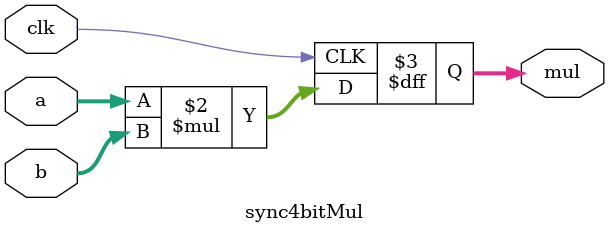
<source format=sv>
`timescale 1ps / 1ps


module sync4bitMul(input clk, input [3:0] a,b , output reg [7:0] mul);
    always@(posedge clk)begin
        mul <= a * b ;
    end
endmodule

</source>
